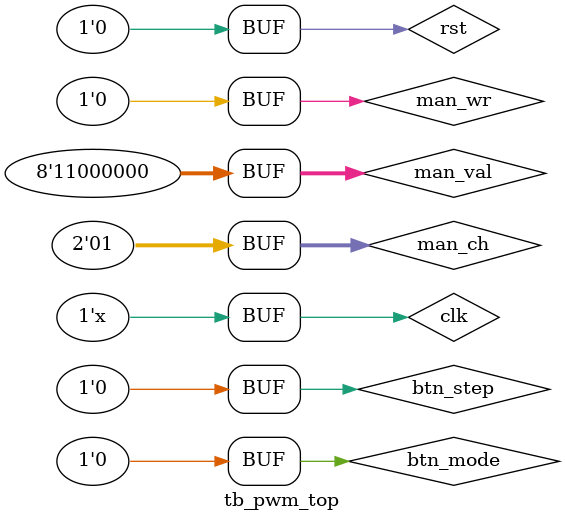
<source format=v>
`timescale 1ns/1ps
module tb_pwm_top;
    reg clk;
    reg rst;
    reg btn_mode;
    reg btn_step;
    reg man_wr;
    reg [1:0] man_ch;
    reg [7:0] man_val;

    wire pwm0, pwm1, pwm2;
    wire [7:0] count_out;
    wire [7:0] d0, d1, d2;

    pwm_top dut (
        .clk(clk), .rst(rst),
        .btn_mode(btn_mode), .btn_step(btn_step),
        .man_wr(man_wr), .man_ch(man_ch), .man_val(man_val),
        .pwm0(pwm0), .pwm1(pwm1), .pwm2(pwm2),
        .count_out(count_out),
        .d0(d0), .d1(d1), .d2(d2)
    );

    // Clock 100 MHz
    initial clk = 0;
    always #5 clk = ~clk;

    initial begin
        rst = 1;
        btn_mode = 0;
        btn_step = 0;
        man_wr = 0;
        man_ch = 0;
        man_val = 0;

        #50 rst = 0;

        // Ubah duty CH0 ? 25%
        #100;
        man_ch = 0;
        man_val = 8'd64;
        man_wr = 1;
        #10 man_wr = 0;

        // Ubah duty CH1 ? 75%
        #200;
        man_ch = 1;
        man_val = 8'd192;
        man_wr = 1;
        #10 man_wr = 0;

        #1000;
 
    end
endmodule


</source>
